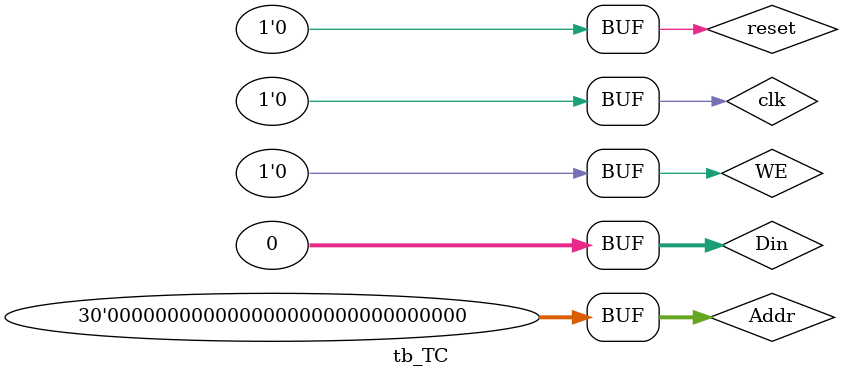
<source format=v>
`timescale 1ns / 1ps


module tb_TC;

	// Inputs
	reg clk;
	reg reset;
	reg [31:2] Addr;
	reg WE;
	reg [31:0] Din;

	// Outputs
	wire [31:0] Dout;
	wire IRQ;

	// Instantiate the Unit Under Test (UUT)
	TC uut (
		.clk(clk), 
		.reset(reset), 
		.Addr(Addr), 
		.WE(WE), 
		.Din(Din), 
		.Dout(Dout), 
		.IRQ(IRQ)
	);

	initial begin
		// Initialize Inputs
		clk = 0;
		reset = 0;
		Addr = 0;
		WE = 0;
		Din = 0;

		// Wait 100 ns for global reset to finish
		#100;
        
		// Add stimulus here

	end
      
endmodule


</source>
